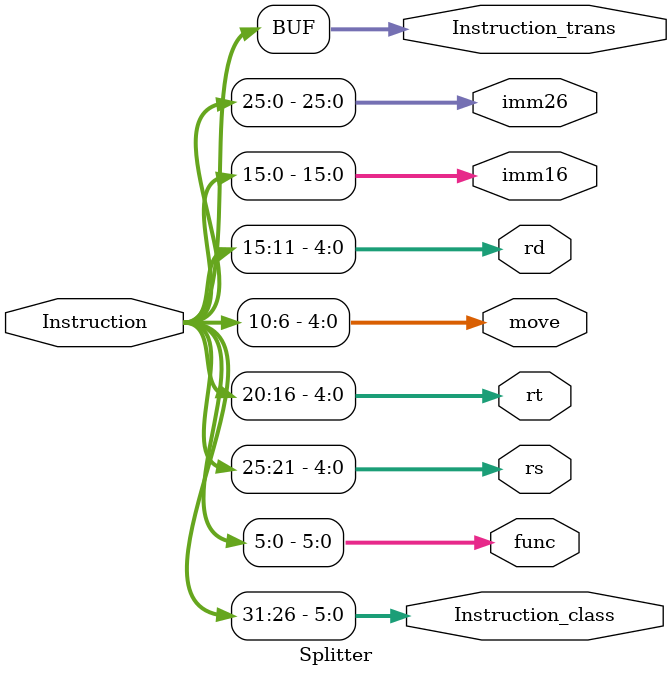
<source format=v>
`timescale 1ns / 1ps
module Splitter(
    input [31:0] Instruction,
    output [5:0] Instruction_class,
    output [5:0] func,
    output [4:0] rs,
    output [4:0] rt,
    output [4:0] move,
    output [4:0] rd,
    output [15:0] imm16,
    output [25:0] imm26,
    output [31:0] Instruction_trans//
    );
    
    assign Instruction_class = Instruction[31:26];
    assign rs = Instruction[25:21];
    assign rt = Instruction[20:16];
    assign rd = Instruction[15:11];
    assign move = Instruction[10:6];
    assign func = Instruction[5:0];
    assign imm16 = Instruction[15:0];
    assign imm26 = Instruction[25:0];
    assign Instruction_trans = Instruction;
endmodule
</source>
